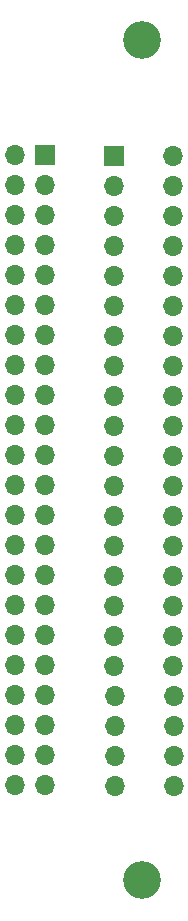
<source format=gbr>
%TF.GenerationSoftware,KiCad,Pcbnew,(6.0.6)*%
%TF.CreationDate,2022-10-25T12:39:07-05:00*%
%TF.ProjectId,IO_Riser,494f5f52-6973-4657-922e-6b696361645f,V0.8*%
%TF.SameCoordinates,Original*%
%TF.FileFunction,Soldermask,Top*%
%TF.FilePolarity,Negative*%
%FSLAX46Y46*%
G04 Gerber Fmt 4.6, Leading zero omitted, Abs format (unit mm)*
G04 Created by KiCad (PCBNEW (6.0.6)) date 2022-10-25 12:39:07*
%MOMM*%
%LPD*%
G01*
G04 APERTURE LIST*
%ADD10R,1.700000X1.700000*%
%ADD11O,1.700000X1.700000*%
%ADD12C,3.200000*%
G04 APERTURE END LIST*
D10*
%TO.C,J2*%
X151825000Y-58455000D03*
D11*
X156825000Y-58455000D03*
X151825000Y-60995000D03*
X156825000Y-60995000D03*
X151825000Y-63535000D03*
X156825000Y-63535000D03*
X151825000Y-66075000D03*
X156825000Y-66075000D03*
X151825000Y-68615000D03*
X156825000Y-68615000D03*
X151825000Y-71155000D03*
X156825000Y-71155000D03*
X151825000Y-73695000D03*
X156825000Y-73695000D03*
X151825000Y-76235000D03*
X156825000Y-76235000D03*
X151825000Y-78775000D03*
X156825000Y-78775000D03*
X151825000Y-81315000D03*
X156825000Y-81315000D03*
X151825000Y-83855000D03*
X156825000Y-83855000D03*
X151825000Y-86395000D03*
X156825000Y-86395000D03*
X151825000Y-88935000D03*
X156825000Y-88935000D03*
X151825000Y-91475000D03*
X156825000Y-91475000D03*
X151825000Y-94015000D03*
X156825000Y-94015000D03*
X151825000Y-96555000D03*
X156825000Y-96555000D03*
X151825000Y-99095000D03*
X156825000Y-99095000D03*
X151825000Y-101635000D03*
X156825000Y-101635000D03*
X151905000Y-104175000D03*
X156905000Y-104175000D03*
X151905000Y-106715000D03*
X156905000Y-106715000D03*
X151905000Y-109255000D03*
X156905000Y-109255000D03*
X151905000Y-111795000D03*
X156905000Y-111795000D03*
%TD*%
D12*
%TO.C,H4*%
X154200000Y-48700000D03*
%TD*%
%TO.C,H3*%
X154200000Y-119800000D03*
%TD*%
D10*
%TO.C,J1*%
X145975000Y-58425000D03*
D11*
X143435000Y-58425000D03*
X145975000Y-60965000D03*
X143435000Y-60965000D03*
X145975000Y-63505000D03*
X143435000Y-63505000D03*
X145975000Y-66045000D03*
X143435000Y-66045000D03*
X145975000Y-68585000D03*
X143435000Y-68585000D03*
X145975000Y-71125000D03*
X143435000Y-71125000D03*
X145975000Y-73665000D03*
X143435000Y-73665000D03*
X145975000Y-76205000D03*
X143435000Y-76205000D03*
X145975000Y-78745000D03*
X143435000Y-78745000D03*
X145975000Y-81285000D03*
X143435000Y-81285000D03*
X145975000Y-83825000D03*
X143435000Y-83825000D03*
X145975000Y-86365000D03*
X143435000Y-86365000D03*
X145975000Y-88905000D03*
X143435000Y-88905000D03*
X145975000Y-91445000D03*
X143435000Y-91445000D03*
X145975000Y-93985000D03*
X143435000Y-93985000D03*
X145975000Y-96525000D03*
X143435000Y-96525000D03*
X145975000Y-99065000D03*
X143435000Y-99065000D03*
X145975000Y-101605000D03*
X143435000Y-101605000D03*
X145975000Y-104145000D03*
X143435000Y-104145000D03*
X145975000Y-106685000D03*
X143435000Y-106685000D03*
X145975000Y-109225000D03*
X143435000Y-109225000D03*
X145975000Y-111765000D03*
X143435000Y-111765000D03*
%TD*%
M02*

</source>
